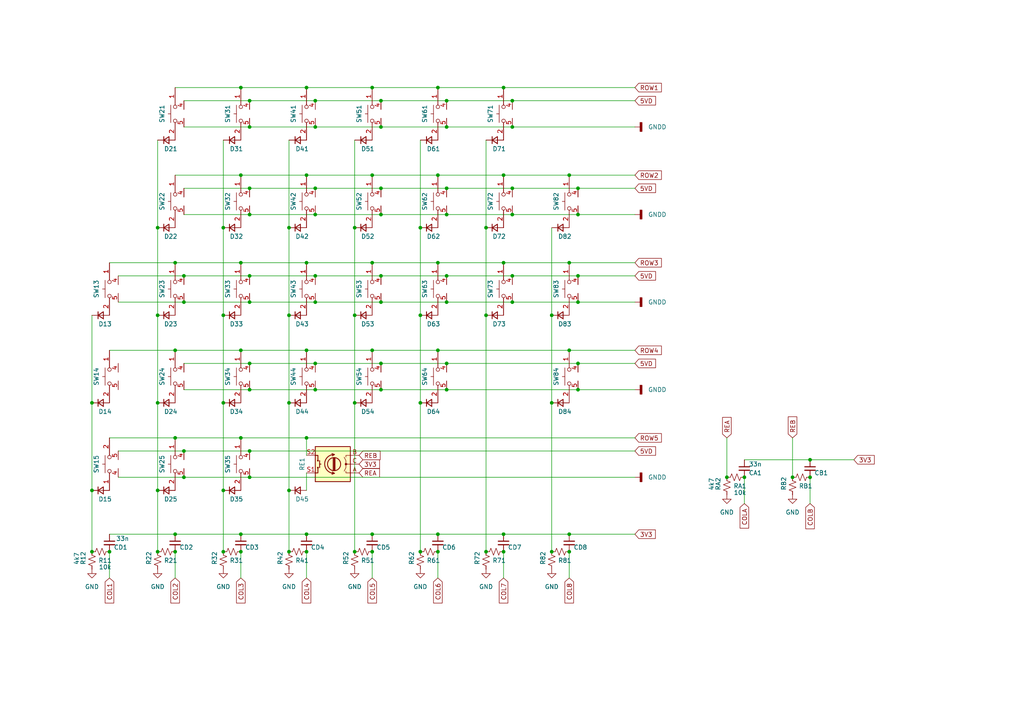
<source format=kicad_sch>
(kicad_sch (version 20211123) (generator eeschema)
  (paper "A4")
  (junction (at 91.44 29.21))
  (junction (at 31.75 160.02))
  (junction (at 160.02 91.44))
  (junction (at 50.8 76.2))
  (junction (at 148.59 87.63))
  (junction (at 83.82 66.04))
  (junction (at 69.85 127))
  (junction (at 210.82 138.43))
  (junction (at 110.49 29.21))
  (junction (at 121.92 91.44))
  (junction (at 26.67 142.24))
  (junction (at 45.72 116.84))
  (junction (at 72.39 130.81))
  (junction (at 107.95 50.8))
  (junction (at 234.95 138.43))
  (junction (at 129.54 113.03))
  (junction (at 69.85 50.8))
  (junction (at 26.67 116.84))
  (junction (at 129.54 80.01))
  (junction (at 129.54 62.23))
  (junction (at 102.87 91.44))
  (junction (at 110.49 105.41))
  (junction (at 69.85 160.02))
  (junction (at 102.87 116.84))
  (junction (at 121.92 66.04))
  (junction (at 127 25.4))
  (junction (at 64.77 160.02))
  (junction (at 83.82 116.84))
  (junction (at 50.8 154.94))
  (junction (at 129.54 29.21))
  (junction (at 148.59 80.01))
  (junction (at 165.1 50.8))
  (junction (at 140.97 160.02))
  (junction (at 165.1 76.2))
  (junction (at 107.95 76.2))
  (junction (at 64.77 142.24))
  (junction (at 83.82 160.02))
  (junction (at 91.44 54.61))
  (junction (at 72.39 87.63))
  (junction (at 72.39 113.03))
  (junction (at 88.9 127))
  (junction (at 69.85 76.2))
  (junction (at 91.44 87.63))
  (junction (at 215.9 138.43))
  (junction (at 64.77 66.04))
  (junction (at 69.85 101.6))
  (junction (at 45.72 142.24))
  (junction (at 165.1 160.02))
  (junction (at 165.1 154.94))
  (junction (at 88.9 50.8))
  (junction (at 69.85 154.94))
  (junction (at 72.39 36.83))
  (junction (at 72.39 29.21))
  (junction (at 140.97 66.04))
  (junction (at 127 76.2))
  (junction (at 91.44 80.01))
  (junction (at 88.9 160.02))
  (junction (at 50.8 101.6))
  (junction (at 72.39 54.61))
  (junction (at 127 154.94))
  (junction (at 50.8 127))
  (junction (at 167.64 113.03))
  (junction (at 107.95 101.6))
  (junction (at 102.87 66.04))
  (junction (at 45.72 160.02))
  (junction (at 72.39 105.41))
  (junction (at 160.02 160.02))
  (junction (at 64.77 116.84))
  (junction (at 146.05 160.02))
  (junction (at 167.64 62.23))
  (junction (at 165.1 101.6))
  (junction (at 148.59 54.61))
  (junction (at 26.67 160.02))
  (junction (at 167.64 54.61))
  (junction (at 53.34 80.01))
  (junction (at 53.34 87.63))
  (junction (at 129.54 87.63))
  (junction (at 64.77 91.44))
  (junction (at 91.44 36.83))
  (junction (at 72.39 138.43))
  (junction (at 110.49 113.03))
  (junction (at 146.05 76.2))
  (junction (at 91.44 105.41))
  (junction (at 110.49 36.83))
  (junction (at 148.59 36.83))
  (junction (at 107.95 25.4))
  (junction (at 129.54 54.61))
  (junction (at 72.39 62.23))
  (junction (at 102.87 160.02))
  (junction (at 88.9 101.6))
  (junction (at 160.02 116.84))
  (junction (at 53.34 130.81))
  (junction (at 88.9 76.2))
  (junction (at 110.49 80.01))
  (junction (at 121.92 160.02))
  (junction (at 127 101.6))
  (junction (at 167.64 87.63))
  (junction (at 146.05 50.8))
  (junction (at 53.34 138.43))
  (junction (at 83.82 91.44))
  (junction (at 146.05 154.94))
  (junction (at 234.95 133.35))
  (junction (at 110.49 62.23))
  (junction (at 148.59 29.21))
  (junction (at 50.8 160.02))
  (junction (at 45.72 66.04))
  (junction (at 121.92 116.84))
  (junction (at 127 50.8))
  (junction (at 88.9 154.94))
  (junction (at 69.85 25.4))
  (junction (at 129.54 105.41))
  (junction (at 72.39 80.01))
  (junction (at 146.05 25.4))
  (junction (at 88.9 25.4))
  (junction (at 83.82 142.24))
  (junction (at 148.59 62.23))
  (junction (at 129.54 36.83))
  (junction (at 140.97 91.44))
  (junction (at 45.72 91.44))
  (junction (at 110.49 87.63))
  (junction (at 229.87 138.43))
  (junction (at 91.44 62.23))
  (junction (at 167.64 80.01))
  (junction (at 110.49 54.61))
  (junction (at 107.95 154.94))
  (junction (at 127 160.02))
  (junction (at 91.44 113.03))
  (junction (at 167.64 105.41))
  (junction (at 107.95 160.02))
  (wire (pts (xy 69.85 154.94) (xy 88.9 154.94)))
  (wire (pts (xy 31.75 127) (xy 50.8 127)))
  (wire (pts (xy 72.39 36.83) (xy 91.44 36.83)))
  (wire (pts (xy 64.77 66.04) (xy 64.77 91.44)))
  (wire (pts (xy 88.9 50.8) (xy 107.95 50.8)))
  (wire (pts (xy 53.34 54.61) (xy 72.39 54.61)))
  (wire (pts (xy 167.64 87.63) (xy 184.15 87.63)))
  (wire (pts (xy 107.95 25.4) (xy 127 25.4)))
  (wire (pts (xy 148.59 36.83) (xy 184.15 36.83)))
  (wire (pts (xy 83.82 116.84) (xy 83.82 142.24)))
  (wire (pts (xy 148.59 54.61) (xy 167.64 54.61)))
  (wire (pts (xy 102.87 66.04) (xy 102.87 91.44)))
  (wire (pts (xy 31.75 160.02) (xy 31.75 167.64)))
  (wire (pts (xy 110.49 105.41) (xy 129.54 105.41)))
  (wire (pts (xy 83.82 66.04) (xy 83.82 91.44)))
  (wire (pts (xy 167.64 105.41) (xy 184.15 105.41)))
  (wire (pts (xy 31.75 154.94) (xy 50.8 154.94)))
  (wire (pts (xy 88.9 137.16) (xy 88.9 142.24)))
  (wire (pts (xy 110.49 80.01) (xy 129.54 80.01)))
  (wire (pts (xy 107.95 154.94) (xy 127 154.94)))
  (wire (pts (xy 88.9 127) (xy 184.15 127)))
  (wire (pts (xy 72.39 80.01) (xy 91.44 80.01)))
  (wire (pts (xy 34.29 80.01) (xy 53.34 80.01)))
  (wire (pts (xy 148.59 80.01) (xy 167.64 80.01)))
  (wire (pts (xy 64.77 40.64) (xy 64.77 66.04)))
  (wire (pts (xy 72.39 130.81) (xy 184.15 130.81)))
  (wire (pts (xy 229.87 127) (xy 229.87 138.43)))
  (wire (pts (xy 140.97 91.44) (xy 140.97 160.02)))
  (wire (pts (xy 167.64 54.61) (xy 184.15 54.61)))
  (wire (pts (xy 72.39 87.63) (xy 91.44 87.63)))
  (wire (pts (xy 102.87 116.84) (xy 102.87 160.02)))
  (wire (pts (xy 129.54 62.23) (xy 148.59 62.23)))
  (wire (pts (xy 167.64 62.23) (xy 184.15 62.23)))
  (wire (pts (xy 88.9 76.2) (xy 107.95 76.2)))
  (wire (pts (xy 53.34 29.21) (xy 72.39 29.21)))
  (wire (pts (xy 165.1 76.2) (xy 184.15 76.2)))
  (wire (pts (xy 146.05 76.2) (xy 165.1 76.2)))
  (wire (pts (xy 129.54 80.01) (xy 148.59 80.01)))
  (wire (pts (xy 91.44 80.01) (xy 110.49 80.01)))
  (wire (pts (xy 34.29 130.81) (xy 53.34 130.81)))
  (wire (pts (xy 45.72 142.24) (xy 45.72 160.02)))
  (wire (pts (xy 50.8 25.4) (xy 69.85 25.4)))
  (wire (pts (xy 148.59 29.21) (xy 184.15 29.21)))
  (wire (pts (xy 69.85 101.6) (xy 88.9 101.6)))
  (wire (pts (xy 64.77 116.84) (xy 64.77 142.24)))
  (wire (pts (xy 26.67 116.84) (xy 26.67 142.24)))
  (wire (pts (xy 165.1 160.02) (xy 165.1 167.64)))
  (wire (pts (xy 146.05 50.8) (xy 165.1 50.8)))
  (wire (pts (xy 121.92 91.44) (xy 121.92 116.84)))
  (wire (pts (xy 129.54 87.63) (xy 148.59 87.63)))
  (wire (pts (xy 165.1 50.8) (xy 184.15 50.8)))
  (wire (pts (xy 129.54 36.83) (xy 148.59 36.83)))
  (wire (pts (xy 69.85 25.4) (xy 88.9 25.4)))
  (wire (pts (xy 72.39 62.23) (xy 91.44 62.23)))
  (wire (pts (xy 110.49 36.83) (xy 129.54 36.83)))
  (wire (pts (xy 107.95 76.2) (xy 127 76.2)))
  (wire (pts (xy 129.54 113.03) (xy 167.64 113.03)))
  (wire (pts (xy 165.1 154.94) (xy 184.15 154.94)))
  (wire (pts (xy 210.82 127) (xy 210.82 138.43)))
  (wire (pts (xy 91.44 105.41) (xy 110.49 105.41)))
  (wire (pts (xy 91.44 113.03) (xy 110.49 113.03)))
  (wire (pts (xy 83.82 142.24) (xy 83.82 160.02)))
  (wire (pts (xy 50.8 50.8) (xy 69.85 50.8)))
  (wire (pts (xy 45.72 116.84) (xy 45.72 142.24)))
  (wire (pts (xy 88.9 160.02) (xy 88.9 167.64)))
  (wire (pts (xy 140.97 40.64) (xy 140.97 66.04)))
  (wire (pts (xy 50.8 127) (xy 69.85 127)))
  (wire (pts (xy 69.85 160.02) (xy 69.85 167.64)))
  (wire (pts (xy 110.49 87.63) (xy 129.54 87.63)))
  (wire (pts (xy 160.02 66.04) (xy 160.02 91.44)))
  (wire (pts (xy 64.77 142.24) (xy 64.77 160.02)))
  (wire (pts (xy 140.97 66.04) (xy 140.97 91.44)))
  (wire (pts (xy 72.39 29.21) (xy 91.44 29.21)))
  (wire (pts (xy 53.34 113.03) (xy 72.39 113.03)))
  (wire (pts (xy 34.29 87.63) (xy 53.34 87.63)))
  (wire (pts (xy 26.67 142.24) (xy 26.67 160.02)))
  (wire (pts (xy 167.64 80.01) (xy 184.15 80.01)))
  (wire (pts (xy 34.29 138.43) (xy 53.34 138.43)))
  (wire (pts (xy 45.72 91.44) (xy 45.72 116.84)))
  (wire (pts (xy 88.9 25.4) (xy 107.95 25.4)))
  (wire (pts (xy 72.39 105.41) (xy 91.44 105.41)))
  (wire (pts (xy 127 101.6) (xy 165.1 101.6)))
  (wire (pts (xy 91.44 54.61) (xy 110.49 54.61)))
  (wire (pts (xy 110.49 29.21) (xy 129.54 29.21)))
  (wire (pts (xy 110.49 54.61) (xy 129.54 54.61)))
  (wire (pts (xy 148.59 87.63) (xy 167.64 87.63)))
  (wire (pts (xy 167.64 113.03) (xy 184.15 113.03)))
  (wire (pts (xy 234.95 138.43) (xy 234.95 146.05)))
  (wire (pts (xy 45.72 66.04) (xy 45.72 91.44)))
  (wire (pts (xy 53.34 105.41) (xy 72.39 105.41)))
  (wire (pts (xy 72.39 54.61) (xy 91.44 54.61)))
  (wire (pts (xy 146.05 154.94) (xy 165.1 154.94)))
  (wire (pts (xy 146.05 25.4) (xy 184.15 25.4)))
  (wire (pts (xy 88.9 154.94) (xy 107.95 154.94)))
  (wire (pts (xy 50.8 101.6) (xy 69.85 101.6)))
  (wire (pts (xy 69.85 76.2) (xy 88.9 76.2)))
  (wire (pts (xy 215.9 138.43) (xy 215.9 146.05)))
  (wire (pts (xy 121.92 40.64) (xy 121.92 66.04)))
  (wire (pts (xy 91.44 36.83) (xy 110.49 36.83)))
  (wire (pts (xy 91.44 62.23) (xy 110.49 62.23)))
  (wire (pts (xy 31.75 76.2) (xy 50.8 76.2)))
  (wire (pts (xy 121.92 116.84) (xy 121.92 160.02)))
  (wire (pts (xy 146.05 160.02) (xy 146.05 167.64)))
  (wire (pts (xy 83.82 40.64) (xy 83.82 66.04)))
  (wire (pts (xy 31.75 101.6) (xy 50.8 101.6)))
  (wire (pts (xy 102.87 91.44) (xy 102.87 116.84)))
  (wire (pts (xy 53.34 80.01) (xy 72.39 80.01)))
  (wire (pts (xy 88.9 127) (xy 88.9 132.08)))
  (wire (pts (xy 88.9 101.6) (xy 107.95 101.6)))
  (wire (pts (xy 107.95 50.8) (xy 127 50.8)))
  (wire (pts (xy 148.59 62.23) (xy 167.64 62.23)))
  (wire (pts (xy 45.72 40.64) (xy 45.72 66.04)))
  (wire (pts (xy 53.34 138.43) (xy 72.39 138.43)))
  (wire (pts (xy 91.44 87.63) (xy 110.49 87.63)))
  (wire (pts (xy 64.77 91.44) (xy 64.77 116.84)))
  (wire (pts (xy 102.87 40.64) (xy 102.87 66.04)))
  (wire (pts (xy 50.8 160.02) (xy 50.8 167.64)))
  (wire (pts (xy 53.34 62.23) (xy 72.39 62.23)))
  (wire (pts (xy 127 25.4) (xy 146.05 25.4)))
  (wire (pts (xy 129.54 105.41) (xy 167.64 105.41)))
  (wire (pts (xy 72.39 138.43) (xy 184.15 138.43)))
  (wire (pts (xy 72.39 113.03) (xy 91.44 113.03)))
  (wire (pts (xy 127 76.2) (xy 146.05 76.2)))
  (wire (pts (xy 165.1 101.6) (xy 184.15 101.6)))
  (wire (pts (xy 127 50.8) (xy 146.05 50.8)))
  (wire (pts (xy 127 154.94) (xy 146.05 154.94)))
  (wire (pts (xy 129.54 29.21) (xy 148.59 29.21)))
  (wire (pts (xy 110.49 62.23) (xy 129.54 62.23)))
  (wire (pts (xy 53.34 130.81) (xy 72.39 130.81)))
  (wire (pts (xy 26.67 91.44) (xy 26.67 116.84)))
  (wire (pts (xy 69.85 127) (xy 88.9 127)))
  (wire (pts (xy 50.8 76.2) (xy 69.85 76.2)))
  (wire (pts (xy 121.92 66.04) (xy 121.92 91.44)))
  (wire (pts (xy 69.85 50.8) (xy 88.9 50.8)))
  (wire (pts (xy 53.34 36.83) (xy 72.39 36.83)))
  (wire (pts (xy 129.54 54.61) (xy 148.59 54.61)))
  (wire (pts (xy 160.02 91.44) (xy 160.02 116.84)))
  (wire (pts (xy 91.44 29.21) (xy 110.49 29.21)))
  (wire (pts (xy 53.34 87.63) (xy 72.39 87.63)))
  (wire (pts (xy 127 160.02) (xy 127 167.64)))
  (wire (pts (xy 107.95 101.6) (xy 127 101.6)))
  (wire (pts (xy 160.02 116.84) (xy 160.02 160.02)))
  (wire (pts (xy 234.95 133.35) (xy 247.65 133.35)))
  (wire (pts (xy 215.9 133.35) (xy 234.95 133.35)))
  (wire (pts (xy 50.8 154.94) (xy 69.85 154.94)))
  (wire (pts (xy 107.95 160.02) (xy 107.95 167.64)))
  (wire (pts (xy 83.82 91.44) (xy 83.82 116.84)))
  (wire (pts (xy 110.49 113.03) (xy 129.54 113.03)))
  (global_label "COLB" (shape input) (at 234.95 146.05 270) (property "Intersheet References" "${INTERSHEET_REFS}" (effects hide)))
  (global_label "ROW1" (shape input) (at 184.15 25.4 0) (property "Intersheet References" "${INTERSHEET_REFS}" (effects hide)))
  (global_label "COL3" (shape input) (at 69.85 167.64 270) (property "Intersheet References" "${INTERSHEET_REFS}" (effects hide)))
  (global_label "5VD" (shape input) (at 184.15 29.21 0) (property "Intersheet References" "${INTERSHEET_REFS}" (effects hide)))
  (global_label "3V3" (shape input) (at 104.14 134.62 0) (property "Intersheet References" "${INTERSHEET_REFS}" (effects hide)))
  (global_label "REA" (shape input) (at 104.14 137.16 0) (property "Intersheet References" "${INTERSHEET_REFS}" (effects hide)))
  (global_label "COL7" (shape input) (at 146.05 167.64 270) (property "Intersheet References" "${INTERSHEET_REFS}" (effects hide)))
  (global_label "ROW4" (shape input) (at 184.15 101.6 0) (property "Intersheet References" "${INTERSHEET_REFS}" (effects hide)))
  (global_label "REB" (shape input) (at 229.87 127 90) (property "Intersheet References" "${INTERSHEET_REFS}" (effects hide)))
  (global_label "5VD" (shape input) (at 184.15 105.41 0) (property "Intersheet References" "${INTERSHEET_REFS}" (effects hide)))
  (global_label "COLA" (shape input) (at 215.9 146.05 270) (property "Intersheet References" "${INTERSHEET_REFS}" (effects hide)))
  (global_label "COL5" (shape input) (at 107.95 167.64 270) (property "Intersheet References" "${INTERSHEET_REFS}" (effects hide)))
  (global_label "COL2" (shape input) (at 50.8 167.64 270) (property "Intersheet References" "${INTERSHEET_REFS}" (effects hide)))
  (global_label "COL1" (shape input) (at 31.75 167.64 270) (property "Intersheet References" "${INTERSHEET_REFS}" (effects hide)))
  (global_label "COL8" (shape input) (at 165.1 167.64 270) (property "Intersheet References" "${INTERSHEET_REFS}" (effects hide)))
  (global_label "5VD" (shape input) (at 184.15 80.01 0) (property "Intersheet References" "${INTERSHEET_REFS}" (effects hide)))
  (global_label "3V3" (shape input) (at 184.15 154.94 0) (property "Intersheet References" "${INTERSHEET_REFS}" (effects hide)))
  (global_label "COL6" (shape input) (at 127 167.64 270) (property "Intersheet References" "${INTERSHEET_REFS}" (effects hide)))
  (global_label "REA" (shape input) (at 210.82 127 90) (property "Intersheet References" "${INTERSHEET_REFS}" (effects hide)))
  (global_label "COL4" (shape input) (at 88.9 167.64 270) (property "Intersheet References" "${INTERSHEET_REFS}" (effects hide)))
  (global_label "5VD" (shape input) (at 184.15 130.81 0) (property "Intersheet References" "${INTERSHEET_REFS}" (effects hide)))
  (global_label "ROW2" (shape input) (at 184.15 50.8 0) (property "Intersheet References" "${INTERSHEET_REFS}" (effects hide)))
  (global_label "REB" (shape input) (at 104.14 132.08 0) (property "Intersheet References" "${INTERSHEET_REFS}" (effects hide)))
  (global_label "5VD" (shape input) (at 184.15 54.61 0) (property "Intersheet References" "${INTERSHEET_REFS}" (effects hide)))
  (global_label "ROW5" (shape input) (at 184.15 127 0) (property "Intersheet References" "${INTERSHEET_REFS}" (effects hide)))
  (global_label "ROW3" (shape input) (at 184.15 76.2 0) (property "Intersheet References" "${INTERSHEET_REFS}" (effects hide)))
  (global_label "3V3" (shape input) (at 247.65 133.35 0) (property "Intersheet References" "${INTERSHEET_REFS}" (effects hide)))
  (symbol (lib_id "Device:D_Small") (at 48.26 91.44 0) (unit 1)
    (property "Reference" "D23" (at 49.53 93.98 0))
    (property "Value" "D_Small" (effects hide))
    (property "Footprint" "00_KeyParts:D_SOD-323_both_sides" (effects hide))
  )
  (symbol (lib_id "Device:D_Small") (at 105.41 116.84 0) (unit 1)
    (property "Reference" "D54" (at 106.68 119.38 0))
    (property "Value" "D_Small" (effects hide))
    (property "Footprint" "00_KeyParts:D_SOD-323_both_sides" (effects hide))
  )
  (symbol (lib_name "SW_ChocV2_rev_5") (lib_id "00_KeyParts:SW_ChocV2_rev") (at 50.8 58.42 90) (mirror x) (unit 1)
    (property "Reference" "SW22" (at 46.99 58.42 0))
    (property "Value" "SW_ChocV2_rev" (effects hide))
    (property "Footprint" "00_KeyParts:ChocV2_rev" (effects hide))
  )
  (symbol (lib_id "Device:D_Small") (at 86.36 116.84 0) (unit 1)
    (property "Reference" "D44" (at 87.63 119.38 0))
    (property "Value" "D_Small" (effects hide))
    (property "Footprint" "00_KeyParts:D_SOD-323_both_sides" (effects hide))
  )
  (symbol (lib_id "Device:C_Small") (at 127 157.48 0) (unit 1)
    (property "Reference" "CD6" (at 128.27 158.75 0) (effects (justify left)))
    (property "Value" "C_Small" (effects hide))
    (property "Footprint" "00_KeyParts:C_2012_rev" (effects hide))
  )
  (symbol (lib_id "Device:D_Small") (at 67.31 116.84 0) (unit 1)
    (property "Reference" "D34" (at 68.58 119.38 0))
    (property "Value" "D_Small" (effects hide))
    (property "Footprint" "00_KeyParts:D_SOD-323_both_sides" (effects hide))
  )
  (symbol (lib_id "Device:D_Small") (at 67.31 142.24 0) (unit 1)
    (property "Reference" "D35" (at 68.58 144.78 0))
    (property "Value" "D_Small" (effects hide))
    (property "Footprint" "00_KeyParts:D_SOD-323_both_sides" (effects hide))
  )
  (symbol (lib_name "SW_ChocV2_rev_4") (lib_id "00_KeyParts:SW_ChocV2_rev") (at 50.8 33.02 90) (mirror x) (unit 1)
    (property "Reference" "SW21" (at 46.99 33.02 0))
    (property "Value" "SW_ChocV2_rev" (effects hide))
    (property "Footprint" "00_KeyParts:ChocV2_rev" (effects hide))
  )
  (symbol (lib_id "power:GND") (at 140.97 165.1 0) (unit 1)
    (property "Reference" "#PWR0117" (effects hide))
    (property "Value" "GND" (at 140.97 170.18 0))
  )
  (symbol (lib_id "Device:D_Small") (at 48.26 40.64 0) (unit 1)
    (property "Reference" "D21" (at 49.53 43.18 0))
    (property "Value" "D_Small" (effects hide))
    (property "Footprint" "00_KeyParts:D_SOD-323_both_sides" (effects hide))
  )
  (symbol (lib_id "Device:R_Small_US") (at 45.72 162.56 0) (unit 1)
    (property "Reference" "R22" (at 43.18 163.83 90) (effects (justify left)))
    (property "Value" "R_Small_US" (effects hide))
    (property "Footprint" "00_KeyParts:R_2012_rev" (effects hide))
  )
  (symbol (lib_name "SW_ChocV2_rev_23") (lib_id "00_KeyParts:SW_ChocV2_rev") (at 31.75 134.62 90) (unit 1)
    (property "Reference" "SW15" (at 27.94 134.62 0))
    (property "Value" "SW_ChocV2_rev" (effects hide))
    (property "Footprint" "00_KeyParts:ChocV2_rev" (effects hide))
  )
  (symbol (lib_id "Device:R_Small_US") (at 162.56 160.02 90) (unit 1)
    (property "Reference" "R81" (at 163.83 162.56 90))
    (property "Value" "R_Small_US" (effects hide))
    (property "Footprint" "00_KeyParts:R_2012_rev" (effects hide))
  )
  (symbol (lib_id "Device:D_Small") (at 86.36 66.04 0) (unit 1)
    (property "Reference" "D42" (at 87.63 68.58 0))
    (property "Value" "D_Small" (effects hide))
    (property "Footprint" "00_KeyParts:D_SOD-323_both_sides" (effects hide))
  )
  (symbol (lib_name "SW_ChocV2_rev_11") (lib_id "00_KeyParts:SW_ChocV2_rev") (at 107.95 109.22 90) (mirror x) (unit 1)
    (property "Reference" "SW54" (at 104.14 109.22 0))
    (property "Value" "SW_ChocV2_rev" (effects hide))
    (property "Footprint" "00_KeyParts:ChocV2_rev" (effects hide))
  )
  (symbol (lib_id "Device:C_Small") (at 146.05 157.48 0) (unit 1)
    (property "Reference" "CD7" (at 147.32 158.75 0) (effects (justify left)))
    (property "Value" "C_Small" (effects hide))
    (property "Footprint" "00_KeyParts:C_2012_rev" (effects hide))
  )
  (symbol (lib_id "Device:D_Small") (at 29.21 142.24 0) (unit 1)
    (property "Reference" "D15" (at 30.48 144.78 0))
    (property "Value" "D_Small" (effects hide))
    (property "Footprint" "00_KeyParts:D_SOD-323_both_sides" (effects hide))
  )
  (symbol (lib_id "Device:R_Small_US") (at 124.46 160.02 90) (unit 1)
    (property "Reference" "R61" (at 125.73 162.56 90))
    (property "Value" "R_Small_US" (effects hide))
    (property "Footprint" "00_KeyParts:R_2012_rev" (effects hide))
  )
  (symbol (lib_id "power:GND") (at 210.82 143.51 0) (unit 1)
    (property "Reference" "#PWR0137" (effects hide))
    (property "Value" "GND" (at 210.82 148.59 0))
  )
  (symbol (lib_name "SW_ChocV2_rev_27") (lib_id "00_KeyParts:SW_ChocV2_rev") (at 69.85 134.62 90) (mirror x) (unit 1)
    (property "Reference" "SW35" (at 66.04 134.62 0))
    (property "Value" "SW_ChocV2_rev" (effects hide))
    (property "Footprint" "00_KeyParts:ChocV2_rev" (effects hide))
  )
  (symbol (lib_name "SW_ChocV2_rev_25") (lib_id "00_KeyParts:SW_ChocV2_rev") (at 69.85 109.22 90) (mirror x) (unit 1)
    (property "Reference" "SW34" (at 66.04 109.22 0))
    (property "Value" "SW_ChocV2_rev" (effects hide))
    (property "Footprint" "00_KeyParts:ChocV2_rev" (effects hide))
  )
  (symbol (lib_id "power:GND") (at 102.87 165.1 0) (unit 1)
    (property "Reference" "#PWR0119" (effects hide))
    (property "Value" "GND" (at 102.87 170.18 0))
  )
  (symbol (lib_id "Device:D_Small") (at 48.26 116.84 0) (unit 1)
    (property "Reference" "D24" (at 49.53 119.38 0))
    (property "Value" "D_Small" (effects hide))
    (property "Footprint" "00_KeyParts:D_SOD-323_both_sides" (effects hide))
  )
  (symbol (lib_name "SW_ChocV2_rev_14") (lib_id "00_KeyParts:SW_ChocV2_rev") (at 31.75 83.82 90) (mirror x) (unit 1)
    (property "Reference" "SW13" (at 27.94 83.82 0))
    (property "Value" "SW_ChocV2_rev" (effects hide))
    (property "Footprint" "00_KeyParts:ChocV2_rev" (effects hide))
  )
  (symbol (lib_name "SW_ChocV2_rev_26") (lib_id "00_KeyParts:SW_ChocV2_rev") (at 88.9 109.22 90) (mirror x) (unit 1)
    (property "Reference" "SW44" (at 85.09 109.22 0))
    (property "Value" "SW_ChocV2_rev" (effects hide))
    (property "Footprint" "00_KeyParts:ChocV2_rev" (effects hide))
  )
  (symbol (lib_id "power:GND") (at 64.77 165.1 0) (unit 1)
    (property "Reference" "#PWR0116" (effects hide))
    (property "Value" "GND" (at 64.77 170.18 0))
  )
  (symbol (lib_name "SW_ChocV2_rev_6") (lib_id "00_KeyParts:SW_ChocV2_rev") (at 69.85 58.42 90) (mirror x) (unit 1)
    (property "Reference" "SW32" (at 66.04 58.42 0))
    (property "Value" "SW_ChocV2_rev" (effects hide))
    (property "Footprint" "00_KeyParts:ChocV2_rev" (effects hide))
  )
  (symbol (lib_id "Device:D_Small") (at 143.51 66.04 0) (unit 1)
    (property "Reference" "D72" (at 144.78 68.58 0))
    (property "Value" "D_Small" (effects hide))
    (property "Footprint" "00_KeyParts:D_SOD-323_both_sides" (effects hide))
  )
  (symbol (lib_id "Device:D_Small") (at 105.41 91.44 0) (unit 1)
    (property "Reference" "D53" (at 106.68 93.98 0))
    (property "Value" "D_Small" (effects hide))
    (property "Footprint" "00_KeyParts:D_SOD-323_both_sides" (effects hide))
  )
  (symbol (lib_id "Device:C_Small") (at 215.9 135.89 0) (unit 1)
    (property "Reference" "CA1" (at 217.17 137.16 0) (effects (justify left)))
    (property "Value" "33n" (at 217.17 134.62 0) (effects (justify left)))
    (property "Footprint" "00_KeyParts:C_2012_rev" (effects hide))
  )
  (symbol (lib_id "Device:R_Small_US") (at 102.87 162.56 0) (unit 1)
    (property "Reference" "R52" (at 100.33 163.83 90) (effects (justify left)))
    (property "Value" "R_Small_US" (effects hide))
    (property "Footprint" "00_KeyParts:R_2012_rev" (effects hide))
  )
  (symbol (lib_name "SW_ChocV2_rev_13") (lib_id "00_KeyParts:SW_ChocV2_rev") (at 50.8 83.82 90) (mirror x) (unit 1)
    (property "Reference" "SW23" (at 46.99 83.82 0))
    (property "Value" "SW_ChocV2_rev" (effects hide))
    (property "Footprint" "00_KeyParts:ChocV2_rev" (effects hide))
  )
  (symbol (lib_name "SW_ChocV2_rev_9") (lib_id "00_KeyParts:SW_ChocV2_rev") (at 146.05 83.82 90) (mirror x) (unit 1)
    (property "Reference" "SW73" (at 142.24 83.82 0))
    (property "Value" "SW_ChocV2_rev" (effects hide))
    (property "Footprint" "00_KeyParts:ChocV2_rev" (effects hide))
  )
  (symbol (lib_name "SW_ChocV2_rev_1") (lib_id "00_KeyParts:SW_ChocV2_rev") (at 88.9 33.02 90) (mirror x) (unit 1)
    (property "Reference" "SW41" (at 85.09 33.02 0))
    (property "Value" "SW_ChocV2_rev" (effects hide))
    (property "Footprint" "00_KeyParts:ChocV2_rev" (effects hide))
  )
  (symbol (lib_id "Device:R_Small_US") (at 160.02 162.56 0) (unit 1)
    (property "Reference" "R82" (at 157.48 163.83 90) (effects (justify left)))
    (property "Value" "R_Small_US" (effects hide))
    (property "Footprint" "00_KeyParts:R_2012_rev" (effects hide))
  )
  (symbol (lib_id "power:GNDD") (at 184.15 113.03 90) (unit 1)
    (property "Reference" "#PWR0123" (effects hide))
    (property "Value" "GNDD" (at 187.96 113.0299 90) (effects (justify right)))
  )
  (symbol (lib_id "Device:C_Small") (at 50.8 157.48 0) (unit 1)
    (property "Reference" "CD2" (at 52.07 158.75 0) (effects (justify left)))
    (property "Value" "C_Small" (effects hide))
    (property "Footprint" "00_KeyParts:C_2012_rev" (effects hide))
  )
  (symbol (lib_id "power:GNDD") (at 184.15 36.83 90) (unit 1)
    (property "Reference" "#PWR0126" (effects hide))
    (property "Value" "GNDD" (at 187.96 36.8299 90) (effects (justify right)))
  )
  (symbol (lib_id "Device:D_Small") (at 143.51 91.44 0) (unit 1)
    (property "Reference" "D73" (at 144.78 93.98 0))
    (property "Value" "D_Small" (effects hide))
    (property "Footprint" "00_KeyParts:D_SOD-323_both_sides" (effects hide))
  )
  (symbol (lib_id "Device:D_Small") (at 48.26 66.04 0) (unit 1)
    (property "Reference" "D22" (at 49.53 68.58 0))
    (property "Value" "D_Small" (effects hide))
    (property "Footprint" "00_KeyParts:D_SOD-323_both_sides" (effects hide))
  )
  (symbol (lib_name "SW_ChocV2_rev_24") (lib_id "00_KeyParts:SW_ChocV2_rev") (at 88.9 83.82 90) (mirror x) (unit 1)
    (property "Reference" "SW43" (at 85.09 83.82 0))
    (property "Value" "SW_ChocV2_rev" (effects hide))
    (property "Footprint" "00_KeyParts:ChocV2_rev" (effects hide))
  )
  (symbol (lib_id "Device:R_Small_US") (at 232.41 138.43 90) (unit 1)
    (property "Reference" "RB1" (at 233.68 140.97 90))
    (property "Value" "R_Small_US" (effects hide))
    (property "Footprint" "00_KeyParts:R_2012_rev" (effects hide))
  )
  (symbol (lib_id "power:GND") (at 26.67 165.1 0) (unit 1)
    (property "Reference" "#PWR0115" (effects hide))
    (property "Value" "GND" (at 26.67 170.18 0))
  )
  (symbol (lib_id "Device:C_Small") (at 107.95 157.48 0) (unit 1)
    (property "Reference" "CD5" (at 109.22 158.75 0) (effects (justify left)))
    (property "Value" "C_Small" (effects hide))
    (property "Footprint" "00_KeyParts:C_2012_rev" (effects hide))
  )
  (symbol (lib_id "Device:D_Small") (at 162.56 91.44 0) (unit 1)
    (property "Reference" "D83" (at 163.83 93.98 0))
    (property "Value" "D_Small" (effects hide))
    (property "Footprint" "00_KeyParts:D_SOD-323_both_sides" (effects hide))
  )
  (symbol (lib_id "power:GND") (at 121.92 165.1 0) (unit 1)
    (property "Reference" "#PWR0121" (effects hide))
    (property "Value" "GND" (at 121.92 170.18 0))
  )
  (symbol (lib_name "SW_ChocV2_rev_8") (lib_id "00_KeyParts:SW_ChocV2_rev") (at 107.95 83.82 90) (mirror x) (unit 1)
    (property "Reference" "SW53" (at 104.14 83.82 0))
    (property "Value" "SW_ChocV2_rev" (effects hide))
    (property "Footprint" "00_KeyParts:ChocV2_rev" (effects hide))
  )
  (symbol (lib_name "SW_ChocV2_rev_20") (lib_id "00_KeyParts:SW_ChocV2_rev") (at 107.95 58.42 90) (mirror x) (unit 1)
    (property "Reference" "SW52" (at 104.14 58.42 0))
    (property "Value" "SW_ChocV2_rev" (effects hide))
    (property "Footprint" "00_KeyParts:ChocV2_rev" (effects hide))
  )
  (symbol (lib_id "Device:R_Small_US") (at 210.82 140.97 0) (unit 1)
    (property "Reference" "RA2" (at 208.28 142.24 90) (effects (justify left)))
    (property "Value" "4k7" (at 206.375 142.24 90) (effects (justify left)))
    (property "Footprint" "00_KeyParts:R_2012_rev" (effects hide))
  )
  (symbol (lib_name "SW_ChocV2_rev_15") (lib_id "00_KeyParts:SW_ChocV2_rev") (at 31.75 109.22 90) (mirror x) (unit 1)
    (property "Reference" "SW14" (at 27.94 109.22 0))
    (property "Value" "SW_ChocV2_rev" (effects hide))
    (property "Footprint" "00_KeyParts:ChocV2_rev" (effects hide))
  )
  (symbol (lib_name "SW_ChocV2_rev_21") (lib_id "00_KeyParts:SW_ChocV2_rev") (at 127 58.42 90) (mirror x) (unit 1)
    (property "Reference" "SW62" (at 123.19 58.42 0))
    (property "Value" "SW_ChocV2_rev" (effects hide))
    (property "Footprint" "00_KeyParts:ChocV2_rev" (effects hide))
  )
  (symbol (lib_id "Device:D_Small") (at 124.46 91.44 0) (unit 1)
    (property "Reference" "D63" (at 125.73 93.98 0))
    (property "Value" "D_Small" (effects hide))
    (property "Footprint" "00_KeyParts:D_SOD-323_both_sides" (effects hide))
  )
  (symbol (lib_id "power:GND") (at 45.72 165.1 0) (unit 1)
    (property "Reference" "#PWR0114" (effects hide))
    (property "Value" "GND" (at 45.72 170.18 0))
  )
  (symbol (lib_id "Device:RotaryEncoder_Switch") (at 96.52 134.62 180) (unit 1)
    (property "Reference" "RE1" (at 87.63 134.62 90))
    (property "Value" "RotaryEncoder_Switch" (effects hide))
    (property "Footprint" "00_KeyParts:RotaryEncoder_Bourns_PEC12R-4215F" (effects hide))
  )
  (symbol (lib_id "Device:D_Small") (at 143.51 40.64 0) (unit 1)
    (property "Reference" "D71" (at 144.78 43.18 0))
    (property "Value" "D_Small" (effects hide))
    (property "Footprint" "00_KeyParts:D_SOD-323_both_sides" (effects hide))
  )
  (symbol (lib_id "Device:D_Small") (at 67.31 91.44 0) (unit 1)
    (property "Reference" "D33" (at 68.58 93.98 0))
    (property "Value" "D_Small" (effects hide))
    (property "Footprint" "00_KeyParts:D_SOD-323_both_sides" (effects hide))
  )
  (symbol (lib_id "Device:C_Small") (at 69.85 157.48 0) (unit 1)
    (property "Reference" "CD3" (at 71.12 158.75 0) (effects (justify left)))
    (property "Value" "C_Small" (effects hide))
    (property "Footprint" "00_KeyParts:C_2012_rev" (effects hide))
  )
  (symbol (lib_name "SW_ChocV2_rev_18") (lib_id "00_KeyParts:SW_ChocV2_rev") (at 107.95 33.02 90) (mirror x) (unit 1)
    (property "Reference" "SW51" (at 104.14 33.02 0))
    (property "Value" "SW_ChocV2_rev" (effects hide))
    (property "Footprint" "00_KeyParts:ChocV2_rev" (effects hide))
  )
  (symbol (lib_id "Device:D_Small") (at 124.46 40.64 0) (unit 1)
    (property "Reference" "D61" (at 125.73 43.18 0))
    (property "Value" "D_Small" (effects hide))
    (property "Footprint" "00_KeyParts:D_SOD-323_both_sides" (effects hide))
  )
  (symbol (lib_id "Device:D_Small") (at 86.36 40.64 0) (unit 1)
    (property "Reference" "D41" (at 87.63 43.18 0))
    (property "Value" "D_Small" (effects hide))
    (property "Footprint" "00_KeyParts:D_SOD-323_both_sides" (effects hide))
  )
  (symbol (lib_id "Device:R_Small_US") (at 213.36 138.43 90) (unit 1)
    (property "Reference" "RA1" (at 214.63 140.97 90))
    (property "Value" "10k" (at 214.63 142.875 90))
    (property "Footprint" "00_KeyParts:R_2012_rev" (effects hide))
  )
  (symbol (lib_id "Device:R_Small_US") (at 121.92 162.56 0) (unit 1)
    (property "Reference" "R62" (at 119.38 163.83 90) (effects (justify left)))
    (property "Value" "R_Small_US" (effects hide))
    (property "Footprint" "00_KeyParts:R_2012_rev" (effects hide))
  )
  (symbol (lib_name "SW_ChocV2_rev_28") (lib_id "00_KeyParts:SW_ChocV2_rev") (at 50.8 134.62 90) (mirror x) (unit 1)
    (property "Reference" "SW25" (at 46.99 134.62 0))
    (property "Value" "SW_ChocV2_rev" (effects hide))
    (property "Footprint" "00_KeyParts:ChocV2_rev" (effects hide))
  )
  (symbol (lib_id "power:GNDD") (at 184.15 87.63 90) (unit 1)
    (property "Reference" "#PWR0127" (effects hide))
    (property "Value" "GNDD" (at 187.96 87.6299 90) (effects (justify right)))
  )
  (symbol (lib_id "power:GNDD") (at 184.15 138.43 90) (unit 1)
    (property "Reference" "#PWR0124" (effects hide))
    (property "Value" "GNDD" (at 187.96 138.4299 90) (effects (justify right)))
  )
  (symbol (lib_id "Device:D_Small") (at 29.21 116.84 0) (unit 1)
    (property "Reference" "D14" (at 30.48 119.38 0))
    (property "Value" "D_Small" (effects hide))
    (property "Footprint" "00_KeyParts:D_SOD-323_both_sides" (effects hide))
  )
  (symbol (lib_id "Device:D_Small") (at 162.56 116.84 0) (unit 1)
    (property "Reference" "D84" (at 163.83 119.38 0))
    (property "Value" "D_Small" (effects hide))
    (property "Footprint" "00_KeyParts:D_SOD-323_both_sides" (effects hide))
  )
  (symbol (lib_id "Device:R_Small_US") (at 29.21 160.02 90) (unit 1)
    (property "Reference" "R11" (at 30.48 162.56 90))
    (property "Value" "10k" (at 30.48 164.465 90))
    (property "Footprint" "00_KeyParts:R_2012_rev" (effects hide))
  )
  (symbol (lib_name "SW_ChocV2_rev_2") (lib_id "00_KeyParts:SW_ChocV2_rev") (at 88.9 58.42 90) (mirror x) (unit 1)
    (property "Reference" "SW42" (at 85.09 58.42 0))
    (property "Value" "SW_ChocV2_rev" (effects hide))
    (property "Footprint" "00_KeyParts:ChocV2_rev" (effects hide))
  )
  (symbol (lib_id "Device:C_Small") (at 88.9 157.48 0) (unit 1)
    (property "Reference" "CD4" (at 90.17 158.75 0) (effects (justify left)))
    (property "Value" "C_Small" (effects hide))
    (property "Footprint" "00_KeyParts:C_2012_rev" (effects hide))
  )
  (symbol (lib_id "power:GND") (at 229.87 143.51 0) (unit 1)
    (property "Reference" "#PWR0122" (effects hide))
    (property "Value" "GND" (at 229.87 148.59 0))
  )
  (symbol (lib_id "Device:C_Small") (at 165.1 157.48 0) (unit 1)
    (property "Reference" "CD8" (at 166.37 158.75 0) (effects (justify left)))
    (property "Value" "C_Small" (effects hide))
    (property "Footprint" "00_KeyParts:C_2012_rev" (effects hide))
  )
  (symbol (lib_id "Device:D_Small") (at 86.36 91.44 0) (unit 1)
    (property "Reference" "D43" (at 87.63 93.98 0))
    (property "Value" "D_Small" (effects hide))
    (property "Footprint" "00_KeyParts:D_SOD-323_both_sides" (effects hide))
  )
  (symbol (lib_name "SW_ChocV2_rev_22") (lib_id "00_KeyParts:SW_ChocV2_rev") (at 50.8 109.22 90) (mirror x) (unit 1)
    (property "Reference" "SW24" (at 46.99 109.22 0))
    (property "Value" "SW_ChocV2_rev" (effects hide))
    (property "Footprint" "00_KeyParts:ChocV2_rev" (effects hide))
  )
  (symbol (lib_id "power:GND") (at 160.02 165.1 0) (unit 1)
    (property "Reference" "#PWR0118" (effects hide))
    (property "Value" "GND" (at 160.02 170.18 0))
  )
  (symbol (lib_id "power:GNDD") (at 184.15 62.23 90) (unit 1)
    (property "Reference" "#PWR0125" (effects hide))
    (property "Value" "GNDD" (at 187.96 62.2299 90) (effects (justify right)))
  )
  (symbol (lib_id "Device:R_Small_US") (at 83.82 162.56 0) (unit 1)
    (property "Reference" "R42" (at 81.28 163.83 90) (effects (justify left)))
    (property "Value" "R_Small_US" (effects hide))
    (property "Footprint" "00_KeyParts:R_2012_rev" (effects hide))
  )
  (symbol (lib_id "Device:C_Small") (at 234.95 135.89 0) (unit 1)
    (property "Reference" "CB1" (at 236.22 137.16 0) (effects (justify left)))
    (property "Value" "C_Small" (effects hide))
    (property "Footprint" "00_KeyParts:C_2012_rev" (effects hide))
  )
  (symbol (lib_id "Device:R_Small_US") (at 105.41 160.02 90) (unit 1)
    (property "Reference" "R51" (at 106.68 162.56 90))
    (property "Value" "R_Small_US" (effects hide))
    (property "Footprint" "00_KeyParts:R_2012_rev" (effects hide))
  )
  (symbol (lib_id "Device:D_Small") (at 105.41 40.64 0) (unit 1)
    (property "Reference" "D51" (at 106.68 43.18 0))
    (property "Value" "D_Small" (effects hide))
    (property "Footprint" "00_KeyParts:D_SOD-323_both_sides" (effects hide))
  )
  (symbol (lib_id "Device:R_Small_US") (at 64.77 162.56 0) (unit 1)
    (property "Reference" "R32" (at 62.23 163.83 90) (effects (justify left)))
    (property "Value" "R_Small_US" (effects hide))
    (property "Footprint" "00_KeyParts:R_2012_rev" (effects hide))
  )
  (symbol (lib_name "SW_ChocV2_rev_10") (lib_id "00_KeyParts:SW_ChocV2_rev") (at 127 109.22 90) (mirror x) (unit 1)
    (property "Reference" "SW64" (at 123.19 109.22 0))
    (property "Value" "SW_ChocV2_rev" (effects hide))
    (property "Footprint" "00_KeyParts:ChocV2_rev" (effects hide))
  )
  (symbol (lib_id "Device:D_Small") (at 124.46 66.04 0) (unit 1)
    (property "Reference" "D62" (at 125.73 68.58 0))
    (property "Value" "D_Small" (effects hide))
    (property "Footprint" "00_KeyParts:D_SOD-323_both_sides" (effects hide))
  )
  (symbol (lib_id "Device:D_Small") (at 86.36 142.24 0) (unit 1)
    (property "Reference" "D45" (at 87.63 144.78 0))
    (property "Value" "D_Small" (effects hide))
    (property "Footprint" "00_KeyParts:D_SOD-323_both_sides" (effects hide))
  )
  (symbol (lib_id "Device:D_Small") (at 29.21 91.44 0) (unit 1)
    (property "Reference" "D13" (at 30.48 93.98 0))
    (property "Value" "D_Small" (effects hide))
    (property "Footprint" "00_KeyParts:D_SOD-323_both_sides" (effects hide))
  )
  (symbol (lib_name "SW_ChocV2_rev_19") (lib_id "00_KeyParts:SW_ChocV2_rev") (at 146.05 58.42 90) (mirror x) (unit 1)
    (property "Reference" "SW72" (at 142.24 58.42 0))
    (property "Value" "SW_ChocV2_rev" (effects hide))
    (property "Footprint" "00_KeyParts:ChocV2_rev" (effects hide))
  )
  (symbol (lib_id "Device:D_Small") (at 67.31 40.64 0) (unit 1)
    (property "Reference" "D31" (at 68.58 43.18 0))
    (property "Value" "D_Small" (effects hide))
    (property "Footprint" "00_KeyParts:D_SOD-323_both_sides" (effects hide))
  )
  (symbol (lib_name "SW_ChocV2_rev_17") (lib_id "00_KeyParts:SW_ChocV2_rev") (at 146.05 33.02 90) (mirror x) (unit 1)
    (property "Reference" "SW71" (at 142.24 33.02 0))
    (property "Value" "SW_ChocV2_rev" (effects hide))
    (property "Footprint" "00_KeyParts:ChocV2_rev" (effects hide))
  )
  (symbol (lib_name "SW_ChocV2_rev_16") (lib_id "00_KeyParts:SW_ChocV2_rev") (at 127 33.02 90) (mirror x) (unit 1)
    (property "Reference" "SW61" (at 123.19 33.02 0))
    (property "Value" "SW_ChocV2_rev" (effects hide))
    (property "Footprint" "00_KeyParts:ChocV2_rev" (effects hide))
  )
  (symbol (lib_id "Device:R_Small_US") (at 229.87 140.97 0) (unit 1)
    (property "Reference" "RB2" (at 227.33 142.24 90) (effects (justify left)))
    (property "Value" "R_Small_US" (effects hide))
    (property "Footprint" "00_KeyParts:R_2012_rev" (effects hide))
  )
  (symbol (lib_name "SW_ChocV2_rev_3") (lib_id "00_KeyParts:SW_ChocV2_rev") (at 69.85 33.02 90) (mirror x) (unit 1)
    (property "Reference" "SW31" (at 66.04 33.02 0))
    (property "Value" "SW_ChocV2_rev" (effects hide))
    (property "Footprint" "00_KeyParts:ChocV2_rev" (effects hide))
  )
  (symbol (lib_id "Device:D_Small") (at 67.31 66.04 0) (unit 1)
    (property "Reference" "D32" (at 68.58 68.58 0))
    (property "Value" "D_Small" (effects hide))
    (property "Footprint" "00_KeyParts:D_SOD-323_both_sides" (effects hide))
  )
  (symbol (lib_id "Device:R_Small_US") (at 26.67 162.56 0) (unit 1)
    (property "Reference" "R12" (at 24.13 163.83 90) (effects (justify left)))
    (property "Value" "4k7" (at 22.225 163.83 90) (effects (justify left)))
    (property "Footprint" "00_KeyParts:R_2012_rev" (effects hide))
  )
  (symbol (lib_id "Device:D_Small") (at 105.41 66.04 0) (unit 1)
    (property "Reference" "D52" (at 106.68 68.58 0))
    (property "Value" "D_Small" (effects hide))
    (property "Footprint" "00_KeyParts:D_SOD-323_both_sides" (effects hide))
  )
  (symbol (lib_name "SW_ChocV2_rev_29") (lib_id "00_KeyParts:SW_ChocV2_rev") (at 165.1 109.22 90) (mirror x) (unit 1)
    (property "Reference" "SW84" (at 161.29 109.22 0))
    (property "Value" "SW_ChocV2_rev" (effects hide))
    (property "Footprint" "00_KeyParts:ChocV2_rev" (effects hide))
  )
  (symbol (lib_id "power:GND") (at 83.82 165.1 0) (unit 1)
    (property "Reference" "#PWR0120" (effects hide))
    (property "Value" "GND" (at 83.82 170.18 0))
  )
  (symbol (lib_name "SW_ChocV2_rev_30") (lib_id "00_KeyParts:SW_ChocV2_rev") (at 165.1 83.82 90) (mirror x) (unit 1)
    (property "Reference" "SW83" (at 161.29 83.82 0))
    (property "Value" "SW_ChocV2_rev" (effects hide))
    (property "Footprint" "00_KeyParts:ChocV2_rev" (effects hide))
  )
  (symbol (lib_name "SW_ChocV2_rev_7") (lib_id "00_KeyParts:SW_ChocV2_rev") (at 127 83.82 90) (mirror x) (unit 1)
    (property "Reference" "SW63" (at 123.19 83.82 0))
    (property "Value" "SW_ChocV2_rev" (effects hide))
    (property "Footprint" "00_KeyParts:ChocV2_rev" (effects hide))
  )
  (symbol (lib_name "SW_ChocV2_rev_12") (lib_id "00_KeyParts:SW_ChocV2_rev") (at 69.85 83.82 90) (mirror x) (unit 1)
    (property "Reference" "SW33" (at 66.04 83.82 0))
    (property "Value" "SW_ChocV2_rev" (effects hide))
    (property "Footprint" "00_KeyParts:ChocV2_rev" (effects hide))
  )
  (symbol (lib_id "Device:R_Small_US") (at 86.36 160.02 90) (unit 1)
    (property "Reference" "R41" (at 87.63 162.56 90))
    (property "Value" "R_Small_US" (effects hide))
    (property "Footprint" "00_KeyParts:R_2012_rev" (effects hide))
  )
  (symbol (lib_id "Device:D_Small") (at 48.26 142.24 0) (unit 1)
    (property "Reference" "D25" (at 49.53 144.78 0))
    (property "Value" "D_Small" (effects hide))
    (property "Footprint" "00_KeyParts:D_SOD-323_both_sides" (effects hide))
  )
  (symbol (lib_id "Device:D_Small") (at 162.56 66.04 0) (unit 1)
    (property "Reference" "D82" (at 163.83 68.58 0))
    (property "Value" "D_Small" (effects hide))
    (property "Footprint" "00_KeyParts:D_SOD-323_both_sides" (effects hide))
  )
  (symbol (lib_id "Device:R_Small_US") (at 67.31 160.02 90) (unit 1)
    (property "Reference" "R31" (at 68.58 162.56 90))
    (property "Value" "R_Small_US" (effects hide))
    (property "Footprint" "00_KeyParts:R_2012_rev" (effects hide))
  )
  (symbol (lib_id "Device:C_Small") (at 31.75 157.48 0) (unit 1)
    (property "Reference" "CD1" (at 33.02 158.75 0) (effects (justify left)))
    (property "Value" "33n" (at 33.655 156.21 0) (effects (justify left)))
    (property "Footprint" "00_KeyParts:C_2012_rev" (effects hide))
  )
  (symbol (lib_id "Device:D_Small") (at 124.46 116.84 0) (unit 1)
    (property "Reference" "D64" (at 125.73 119.38 0))
    (property "Value" "D_Small" (effects hide))
    (property "Footprint" "00_KeyParts:D_SOD-323_both_sides" (effects hide))
  )
  (symbol (lib_id "Device:R_Small_US") (at 140.97 162.56 0) (unit 1)
    (property "Reference" "R72" (at 138.43 163.83 90) (effects (justify left)))
    (property "Value" "R_Small_US" (effects hide))
    (property "Footprint" "00_KeyParts:R_2012_rev" (effects hide))
  )
  (symbol (lib_id "Device:R_Small_US") (at 48.26 160.02 90) (unit 1)
    (property "Reference" "R21" (at 49.53 162.56 90))
    (property "Value" "R_Small_US" (effects hide))
    (property "Footprint" "00_KeyParts:R_2012_rev" (effects hide))
  )
  (symbol (lib_id "00_KeyParts:SW_ChocV2_rev") (at 165.1 58.42 90) (mirror x) (unit 1)
    (property "Reference" "SW82" (at 161.29 58.42 0))
    (property "Value" "SW_ChocV2_rev" (effects hide))
    (property "Footprint" "00_KeyParts:ChocV2_rev" (effects hide))
  )
  (symbol (lib_id "Device:R_Small_US") (at 143.51 160.02 90) (unit 1)
    (property "Reference" "R71" (at 144.78 162.56 90))
    (property "Value" "R_Small_US" (effects hide))
    (property "Footprint" "00_KeyParts:R_2012_rev" (effects hide))
  )
)
</source>
